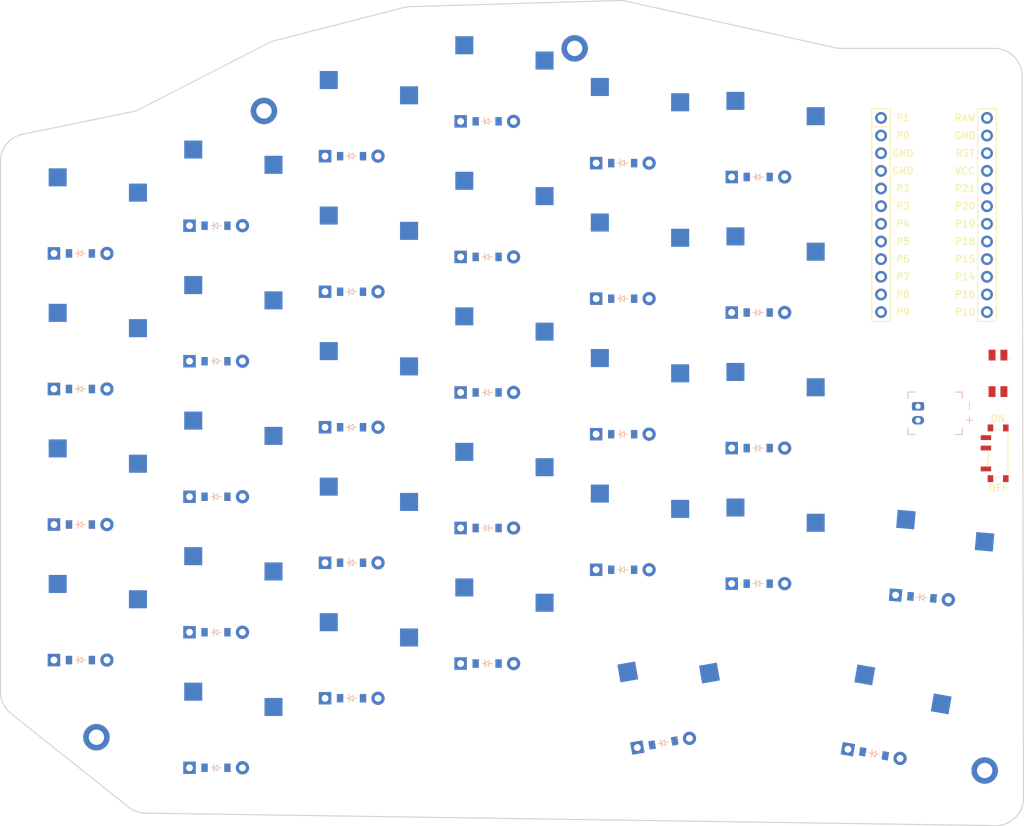
<source format=kicad_pcb>
(kicad_pcb (version 20240108) (generator "ergogen") (generator_version "4.1.0")
  (title_block (title "left") (date "2025-06-04") (rev "v1.0.0") (company "Unknown"))
  (layers (0 "F.Cu" signal) (31 "B.Cu" signal) (34 "B.Paste" user) (35 "F.Paste" user) (36 "B.SilkS" user "B.Silkscreen") (37 "F.SilkS" user "F.Silkscreen") (38 "B.Mask" user) (39 "F.Mask" user) (44 "Edge.Cuts" user))
  (net 0 "")
  (net 1 "P20")
  (net 2 "outer_row0")
  (net 3 "outer_row1")
  (net 4 "outer_row2")
  (net 5 "outer_row3")
  (net 6 "P19")
  (net 7 "pinky_arrow")
  (net 8 "pinky_row0")
  (net 9 "pinky_row1")
  (net 10 "pinky_row2")
  (net 11 "pinky_row3")
  (net 12 "P18")
  (net 13 "ring_arrow")
  (net 14 "ring_row0")
  (net 15 "ring_row1")
  (net 16 "ring_row2")
  (net 17 "ring_row3")
  (net 18 "P15")
  (net 19 "middle_arrow")
  (net 20 "middle_row0")
  (net 21 "middle_row1")
  (net 22 "middle_row2")
  (net 23 "middle_row3")
  (net 24 "P14")
  (net 25 "index_row0")
  (net 26 "index_row1")
  (net 27 "index_row2")
  (net 28 "index_row3")
  (net 29 "P16")
  (net 30 "inner_row0")
  (net 31 "inner_row1")
  (net 32 "inner_row2")
  (net 33 "inner_row3")
  (net 34 "near_thumbs")
  (net 35 "P10")
  (net 36 "long_thumbs")
  (net 37 "one_bracket")
  (net 38 "P7")
  (net 39 "P5")
  (net 40 "P4")
  (net 41 "P3")
  (net 42 "P6")
  (net 43 "RAW")
  (net 44 "GND")
  (net 45 "RST")
  (net 46 "VCC")
  (net 47 "P21")
  (net 48 "P1")
  (net 49 "P0")
  (net 50 "P2")
  (net 51 "P8")
  (net 52 "P9")
  (net 53 "P101")
  (net 54 "P102")
  (net 55 "P107")
  (net 56 "MCU1_24")
  (net 57 "MCU1_1")
  (net 58 "MCU1_23")
  (net 59 "MCU1_2")
  (net 60 "MCU1_22")
  (net 61 "MCU1_3")
  (net 62 "MCU1_21")
  (net 63 "MCU1_4")
  (net 64 "MCU1_20")
  (net 65 "MCU1_5")
  (net 66 "MCU1_19")
  (net 67 "MCU1_6")
  (net 68 "MCU1_18")
  (net 69 "MCU1_7")
  (net 70 "MCU1_17")
  (net 71 "MCU1_8")
  (net 72 "MCU1_16")
  (net 73 "MCU1_9")
  (net 74 "MCU1_15")
  (net 75 "MCU1_10")
  (net 76 "MCU1_14")
  (net 77 "MCU1_11")
  (net 78 "MCU1_13")
  (net 79 "MCU1_12")
  (net 80 "BAT_P")
  (net 81 "JST1_1")
  (net 82 "JST1_2")
  (module PG1350 (layer F.Cu) (at 50 180.5 0)
    (fp_text reference "S1" hide)
    (fp_text value "" hide)
    (pad "" np_thru_hole circle (at 0 0) (size 3.429 3.429) (drill 3.429) (layers *.Cu *.Mask))
    (pad "" np_thru_hole circle (at 5.5 0) (size 1.7018 1.7018) (drill 1.7018) (layers *.Cu *.Mask))
    (pad "" np_thru_hole circle (at -5.5 0) (size 1.7018 1.7018) (drill 1.7018) (layers *.Cu *.Mask))
    (pad "" np_thru_hole circle (at 5 -3.75) (size 3 3) (drill 3) (layers *.Cu *.Mask))
    (pad "" np_thru_hole circle (at 0 -5.95) (size 3 3) (drill 3) (layers *.Cu *.Mask))
    (pad 1 smd rect (at -3.275 -5.95 0) (size 2.6 2.6) (layers B.Cu B.Paste B.Mask) (net 1 "P20"))
    (pad 2 smd rect (at 8.275 -3.75 0) (size 2.6 2.6) (layers B.Cu B.Paste B.Mask) (net 2 "outer_row0"))
  )
  (module PG1350 (layer F.Cu) (at 50 161 0)
    (fp_text reference "S2" hide)
    (fp_text value "" hide)
    (pad "" np_thru_hole circle (at 0 0) (size 3.429 3.429) (drill 3.429) (layers *.Cu *.Mask))
    (pad "" np_thru_hole circle (at 5.5 0) (size 1.7018 1.7018) (drill 1.7018) (layers *.Cu *.Mask))
    (pad "" np_thru_hole circle (at -5.5 0) (size 1.7018 1.7018) (drill 1.7018) (layers *.Cu *.Mask))
    (pad "" np_thru_hole circle (at 5 -3.75) (size 3 3) (drill 3) (layers *.Cu *.Mask))
    (pad "" np_thru_hole circle (at 0 -5.95) (size 3 3) (drill 3) (layers *.Cu *.Mask))
    (pad 1 smd rect (at -3.275 -5.95 0) (size 2.6 2.6) (layers B.Cu B.Paste B.Mask) (net 1 "P20"))
    (pad 2 smd rect (at 8.275 -3.75 0) (size 2.6 2.6) (layers B.Cu B.Paste B.Mask) (net 3 "outer_row1"))
  )
  (module PG1350 (layer F.Cu) (at 50 141.5 0)
    (fp_text reference "S3" hide)
    (fp_text value "" hide)
    (pad "" np_thru_hole circle (at 0 0) (size 3.429 3.429) (drill 3.429) (layers *.Cu *.Mask))
    (pad "" np_thru_hole circle (at 5.5 0) (size 1.7018 1.7018) (drill 1.7018) (layers *.Cu *.Mask))
    (pad "" np_thru_hole circle (at -5.5 0) (size 1.7018 1.7018) (drill 1.7018) (layers *.Cu *.Mask))
    (pad "" np_thru_hole circle (at 5 -3.75) (size 3 3) (drill 3) (layers *.Cu *.Mask))
    (pad "" np_thru_hole circle (at 0 -5.95) (size 3 3) (drill 3) (layers *.Cu *.Mask))
    (pad 1 smd rect (at -3.275 -5.95 0) (size 2.6 2.6) (layers B.Cu B.Paste B.Mask) (net 1 "P20"))
    (pad 2 smd rect (at 8.275 -3.75 0) (size 2.6 2.6) (layers B.Cu B.Paste B.Mask) (net 4 "outer_row2"))
  )
  (module PG1350 (layer F.Cu) (at 50 122 0)
    (fp_text reference "S4" hide)
    (fp_text value "" hide)
    (pad "" np_thru_hole circle (at 0 0) (size 3.429 3.429) (drill 3.429) (layers *.Cu *.Mask))
    (pad "" np_thru_hole circle (at 5.5 0) (size 1.7018 1.7018) (drill 1.7018) (layers *.Cu *.Mask))
    (pad "" np_thru_hole circle (at -5.5 0) (size 1.7018 1.7018) (drill 1.7018) (layers *.Cu *.Mask))
    (pad "" np_thru_hole circle (at 5 -3.75) (size 3 3) (drill 3) (layers *.Cu *.Mask))
    (pad "" np_thru_hole circle (at 0 -5.95) (size 3 3) (drill 3) (layers *.Cu *.Mask))
    (pad 1 smd rect (at -3.275 -5.95 0) (size 2.6 2.6) (layers B.Cu B.Paste B.Mask) (net 1 "P20"))
    (pad 2 smd rect (at 8.275 -3.75 0) (size 2.6 2.6) (layers B.Cu B.Paste B.Mask) (net 5 "outer_row3"))
  )
  (module PG1350 (layer F.Cu) (at 69.5 196 0)
    (fp_text reference "S5" hide)
    (fp_text value "" hide)
    (pad "" np_thru_hole circle (at 0 0) (size 3.429 3.429) (drill 3.429) (layers *.Cu *.Mask))
    (pad "" np_thru_hole circle (at 5.5 0) (size 1.7018 1.7018) (drill 1.7018) (layers *.Cu *.Mask))
    (pad "" np_thru_hole circle (at -5.5 0) (size 1.7018 1.7018) (drill 1.7018) (layers *.Cu *.Mask))
    (pad "" np_thru_hole circle (at 5 -3.75) (size 3 3) (drill 3) (layers *.Cu *.Mask))
    (pad "" np_thru_hole circle (at 0 -5.95) (size 3 3) (drill 3) (layers *.Cu *.Mask))
    (pad 1 smd rect (at -3.275 -5.95 0) (size 2.6 2.6) (layers B.Cu B.Paste B.Mask) (net 6 "P19"))
    (pad 2 smd rect (at 8.275 -3.75 0) (size 2.6 2.6) (layers B.Cu B.Paste B.Mask) (net 7 "pinky_arrow"))
  )
  (module PG1350 (layer F.Cu) (at 69.5 176.5 0)
    (fp_text reference "S6" hide)
    (fp_text value "" hide)
    (pad "" np_thru_hole circle (at 0 0) (size 3.429 3.429) (drill 3.429) (layers *.Cu *.Mask))
    (pad "" np_thru_hole circle (at 5.5 0) (size 1.7018 1.7018) (drill 1.7018) (layers *.Cu *.Mask))
    (pad "" np_thru_hole circle (at -5.5 0) (size 1.7018 1.7018) (drill 1.7018) (layers *.Cu *.Mask))
    (pad "" np_thru_hole circle (at 5 -3.75) (size 3 3) (drill 3) (layers *.Cu *.Mask))
    (pad "" np_thru_hole circle (at 0 -5.95) (size 3 3) (drill 3) (layers *.Cu *.Mask))
    (pad 1 smd rect (at -3.275 -5.95 0) (size 2.6 2.6) (layers B.Cu B.Paste B.Mask) (net 6 "P19"))
    (pad 2 smd rect (at 8.275 -3.75 0) (size 2.6 2.6) (layers B.Cu B.Paste B.Mask) (net 8 "pinky_row0"))
  )
  (module PG1350 (layer F.Cu) (at 69.5 157 0)
    (fp_text reference "S7" hide)
    (fp_text value "" hide)
    (pad "" np_thru_hole circle (at 0 0) (size 3.429 3.429) (drill 3.429) (layers *.Cu *.Mask))
    (pad "" np_thru_hole circle (at 5.5 0) (size 1.7018 1.7018) (drill 1.7018) (layers *.Cu *.Mask))
    (pad "" np_thru_hole circle (at -5.5 0) (size 1.7018 1.7018) (drill 1.7018) (layers *.Cu *.Mask))
    (pad "" np_thru_hole circle (at 5 -3.75) (size 3 3) (drill 3) (layers *.Cu *.Mask))
    (pad "" np_thru_hole circle (at 0 -5.95) (size 3 3) (drill 3) (layers *.Cu *.Mask))
    (pad 1 smd rect (at -3.275 -5.95 0) (size 2.6 2.6) (layers B.Cu B.Paste B.Mask) (net 6 "P19"))
    (pad 2 smd rect (at 8.275 -3.75 0) (size 2.6 2.6) (layers B.Cu B.Paste B.Mask) (net 9 "pinky_row1"))
  )
  (module PG1350 (layer F.Cu) (at 69.5 137.5 0)
    (fp_text reference "S8" hide)
    (fp_text value "" hide)
    (pad "" np_thru_hole circle (at 0 0) (size 3.429 3.429) (drill 3.429) (layers *.Cu *.Mask))
    (pad "" np_thru_hole circle (at 5.5 0) (size 1.7018 1.7018) (drill 1.7018) (layers *.Cu *.Mask))
    (pad "" np_thru_hole circle (at -5.5 0) (size 1.7018 1.7018) (drill 1.7018) (layers *.Cu *.Mask))
    (pad "" np_thru_hole circle (at 5 -3.75) (size 3 3) (drill 3) (layers *.Cu *.Mask))
    (pad "" np_thru_hole circle (at 0 -5.95) (size 3 3) (drill 3) (layers *.Cu *.Mask))
    (pad 1 smd rect (at -3.275 -5.95 0) (size 2.6 2.6) (layers B.Cu B.Paste B.Mask) (net 6 "P19"))
    (pad 2 smd rect (at 8.275 -3.75 0) (size 2.6 2.6) (layers B.Cu B.Paste B.Mask) (net 10 "pinky_row2"))
  )
  (module PG1350 (layer F.Cu) (at 69.5 118 0)
    (fp_text reference "S9" hide)
    (fp_text value "" hide)
    (pad "" np_thru_hole circle (at 0 0) (size 3.429 3.429) (drill 3.429) (layers *.Cu *.Mask))
    (pad "" np_thru_hole circle (at 5.5 0) (size 1.7018 1.7018) (drill 1.7018) (layers *.Cu *.Mask))
    (pad "" np_thru_hole circle (at -5.5 0) (size 1.7018 1.7018) (drill 1.7018) (layers *.Cu *.Mask))
    (pad "" np_thru_hole circle (at 5 -3.75) (size 3 3) (drill 3) (layers *.Cu *.Mask))
    (pad "" np_thru_hole circle (at 0 -5.95) (size 3 3) (drill 3) (layers *.Cu *.Mask))
    (pad 1 smd rect (at -3.275 -5.95 0) (size 2.6 2.6) (layers B.Cu B.Paste B.Mask) (net 6 "P19"))
    (pad 2 smd rect (at 8.275 -3.75 0) (size 2.6 2.6) (layers B.Cu B.Paste B.Mask) (net 11 "pinky_row3"))
  )
  (module PG1350 (layer F.Cu) (at 89 186 0)
    (fp_text reference "S10" hide)
    (fp_text value "" hide)
    (pad "" np_thru_hole circle (at 0 0) (size 3.429 3.429) (drill 3.429) (layers *.Cu *.Mask))
    (pad "" np_thru_hole circle (at 5.5 0) (size 1.7018 1.7018) (drill 1.7018) (layers *.Cu *.Mask))
    (pad "" np_thru_hole circle (at -5.5 0) (size 1.7018 1.7018) (drill 1.7018) (layers *.Cu *.Mask))
    (pad "" np_thru_hole circle (at 5 -3.75) (size 3 3) (drill 3) (layers *.Cu *.Mask))
    (pad "" np_thru_hole circle (at 0 -5.95) (size 3 3) (drill 3) (layers *.Cu *.Mask))
    (pad 1 smd rect (at -3.275 -5.95 0) (size 2.6 2.6) (layers B.Cu B.Paste B.Mask) (net 12 "P18"))
    (pad 2 smd rect (at 8.275 -3.75 0) (size 2.6 2.6) (layers B.Cu B.Paste B.Mask) (net 13 "ring_arrow"))
  )
  (module PG1350 (layer F.Cu) (at 89 166.5 0)
    (fp_text reference "S11" hide)
    (fp_text value "" hide)
    (pad "" np_thru_hole circle (at 0 0) (size 3.429 3.429) (drill 3.429) (layers *.Cu *.Mask))
    (pad "" np_thru_hole circle (at 5.5 0) (size 1.7018 1.7018) (drill 1.7018) (layers *.Cu *.Mask))
    (pad "" np_thru_hole circle (at -5.5 0) (size 1.7018 1.7018) (drill 1.7018) (layers *.Cu *.Mask))
    (pad "" np_thru_hole circle (at 5 -3.75) (size 3 3) (drill 3) (layers *.Cu *.Mask))
    (pad "" np_thru_hole circle (at 0 -5.95) (size 3 3) (drill 3) (layers *.Cu *.Mask))
    (pad 1 smd rect (at -3.275 -5.95 0) (size 2.6 2.6) (layers B.Cu B.Paste B.Mask) (net 12 "P18"))
    (pad 2 smd rect (at 8.275 -3.75 0) (size 2.6 2.6) (layers B.Cu B.Paste B.Mask) (net 14 "ring_row0"))
  )
  (module PG1350 (layer F.Cu) (at 89 147 0)
    (fp_text reference "S12" hide)
    (fp_text value "" hide)
    (pad "" np_thru_hole circle (at 0 0) (size 3.429 3.429) (drill 3.429) (layers *.Cu *.Mask))
    (pad "" np_thru_hole circle (at 5.5 0) (size 1.7018 1.7018) (drill 1.7018) (layers *.Cu *.Mask))
    (pad "" np_thru_hole circle (at -5.5 0) (size 1.7018 1.7018) (drill 1.7018) (layers *.Cu *.Mask))
    (pad "" np_thru_hole circle (at 5 -3.75) (size 3 3) (drill 3) (layers *.Cu *.Mask))
    (pad "" np_thru_hole circle (at 0 -5.95) (size 3 3) (drill 3) (layers *.Cu *.Mask))
    (pad 1 smd rect (at -3.275 -5.95 0) (size 2.6 2.6) (layers B.Cu B.Paste B.Mask) (net 12 "P18"))
    (pad 2 smd rect (at 8.275 -3.75 0) (size 2.6 2.6) (layers B.Cu B.Paste B.Mask) (net 15 "ring_row1"))
  )
  (module PG1350 (layer F.Cu) (at 89 127.5 0)
    (fp_text reference "S13" hide)
    (fp_text value "" hide)
    (pad "" np_thru_hole circle (at 0 0) (size 3.429 3.429) (drill 3.429) (layers *.Cu *.Mask))
    (pad "" np_thru_hole circle (at 5.5 0) (size 1.7018 1.7018) (drill 1.7018) (layers *.Cu *.Mask))
    (pad "" np_thru_hole circle (at -5.5 0) (size 1.7018 1.7018) (drill 1.7018) (layers *.Cu *.Mask))
    (pad "" np_thru_hole circle (at 5 -3.75) (size 3 3) (drill 3) (layers *.Cu *.Mask))
    (pad "" np_thru_hole circle (at 0 -5.95) (size 3 3) (drill 3) (layers *.Cu *.Mask))
    (pad 1 smd rect (at -3.275 -5.95 0) (size 2.6 2.6) (layers B.Cu B.Paste B.Mask) (net 12 "P18"))
    (pad 2 smd rect (at 8.275 -3.75 0) (size 2.6 2.6) (layers B.Cu B.Paste B.Mask) (net 16 "ring_row2"))
  )
  (module PG1350 (layer F.Cu) (at 89 108 0)
    (fp_text reference "S14" hide)
    (fp_text value "" hide)
    (pad "" np_thru_hole circle (at 0 0) (size 3.429 3.429) (drill 3.429) (layers *.Cu *.Mask))
    (pad "" np_thru_hole circle (at 5.5 0) (size 1.7018 1.7018) (drill 1.7018) (layers *.Cu *.Mask))
    (pad "" np_thru_hole circle (at -5.5 0) (size 1.7018 1.7018) (drill 1.7018) (layers *.Cu *.Mask))
    (pad "" np_thru_hole circle (at 5 -3.75) (size 3 3) (drill 3) (layers *.Cu *.Mask))
    (pad "" np_thru_hole circle (at 0 -5.95) (size 3 3) (drill 3) (layers *.Cu *.Mask))
    (pad 1 smd rect (at -3.275 -5.95 0) (size 2.6 2.6) (layers B.Cu B.Paste B.Mask) (net 12 "P18"))
    (pad 2 smd rect (at 8.275 -3.75 0) (size 2.6 2.6) (layers B.Cu B.Paste B.Mask) (net 17 "ring_row3"))
  )
  (module PG1350 (layer F.Cu) (at 108.5 181 0)
    (fp_text reference "S15" hide)
    (fp_text value "" hide)
    (pad "" np_thru_hole circle (at 0 0) (size 3.429 3.429) (drill 3.429) (layers *.Cu *.Mask))
    (pad "" np_thru_hole circle (at 5.5 0) (size 1.7018 1.7018) (drill 1.7018) (layers *.Cu *.Mask))
    (pad "" np_thru_hole circle (at -5.5 0) (size 1.7018 1.7018) (drill 1.7018) (layers *.Cu *.Mask))
    (pad "" np_thru_hole circle (at 5 -3.75) (size 3 3) (drill 3) (layers *.Cu *.Mask))
    (pad "" np_thru_hole circle (at 0 -5.95) (size 3 3) (drill 3) (layers *.Cu *.Mask))
    (pad 1 smd rect (at -3.275 -5.95 0) (size 2.6 2.6) (layers B.Cu B.Paste B.Mask) (net 18 "P15"))
    (pad 2 smd rect (at 8.275 -3.75 0) (size 2.6 2.6) (layers B.Cu B.Paste B.Mask) (net 19 "middle_arrow"))
  )
  (module PG1350 (layer F.Cu) (at 108.5 161.5 0)
    (fp_text reference "S16" hide)
    (fp_text value "" hide)
    (pad "" np_thru_hole circle (at 0 0) (size 3.429 3.429) (drill 3.429) (layers *.Cu *.Mask))
    (pad "" np_thru_hole circle (at 5.5 0) (size 1.7018 1.7018) (drill 1.7018) (layers *.Cu *.Mask))
    (pad "" np_thru_hole circle (at -5.5 0) (size 1.7018 1.7018) (drill 1.7018) (layers *.Cu *.Mask))
    (pad "" np_thru_hole circle (at 5 -3.75) (size 3 3) (drill 3) (layers *.Cu *.Mask))
    (pad "" np_thru_hole circle (at 0 -5.95) (size 3 3) (drill 3) (layers *.Cu *.Mask))
    (pad 1 smd rect (at -3.275 -5.95 0) (size 2.6 2.6) (layers B.Cu B.Paste B.Mask) (net 18 "P15"))
    (pad 2 smd rect (at 8.275 -3.75 0) (size 2.6 2.6) (layers B.Cu B.Paste B.Mask) (net 20 "middle_row0"))
  )
  (module PG1350 (layer F.Cu) (at 108.5 142 0)
    (fp_text reference "S17" hide)
    (fp_text value "" hide)
    (pad "" np_thru_hole circle (at 0 0) (size 3.429 3.429) (drill 3.429) (layers *.Cu *.Mask))
    (pad "" np_thru_hole circle (at 5.5 0) (size 1.7018 1.7018) (drill 1.7018) (layers *.Cu *.Mask))
    (pad "" np_thru_hole circle (at -5.5 0) (size 1.7018 1.7018) (drill 1.7018) (layers *.Cu *.Mask))
    (pad "" np_thru_hole circle (at 5 -3.75) (size 3 3) (drill 3) (layers *.Cu *.Mask))
    (pad "" np_thru_hole circle (at 0 -5.95) (size 3 3) (drill 3) (layers *.Cu *.Mask))
    (pad 1 smd rect (at -3.275 -5.95 0) (size 2.6 2.6) (layers B.Cu B.Paste B.Mask) (net 18 "P15"))
    (pad 2 smd rect (at 8.275 -3.75 0) (size 2.6 2.6) (layers B.Cu B.Paste B.Mask) (net 21 "middle_row1"))
  )
  (module PG1350 (layer F.Cu) (at 108.5 122.5 0)
    (fp_text reference "S18" hide)
    (fp_text value "" hide)
    (pad "" np_thru_hole circle (at 0 0) (size 3.429 3.429) (drill 3.429) (layers *.Cu *.Mask))
    (pad "" np_thru_hole circle (at 5.5 0) (size 1.7018 1.7018) (drill 1.7018) (layers *.Cu *.Mask))
    (pad "" np_thru_hole circle (at -5.5 0) (size 1.7018 1.7018) (drill 1.7018) (layers *.Cu *.Mask))
    (pad "" np_thru_hole circle (at 5 -3.75) (size 3 3) (drill 3) (layers *.Cu *.Mask))
    (pad "" np_thru_hole circle (at 0 -5.95) (size 3 3) (drill 3) (layers *.Cu *.Mask))
    (pad 1 smd rect (at -3.275 -5.95 0) (size 2.6 2.6) (layers B.Cu B.Paste B.Mask) (net 18 "P15"))
    (pad 2 smd rect (at 8.275 -3.75 0) (size 2.6 2.6) (layers B.Cu B.Paste B.Mask) (net 22 "middle_row2"))
  )
  (module PG1350 (layer F.Cu) (at 108.5 103 0)
    (fp_text reference "S19" hide)
    (fp_text value "" hide)
    (pad "" np_thru_hole circle (at 0 0) (size 3.429 3.429) (drill 3.429) (layers *.Cu *.Mask))
    (pad "" np_thru_hole circle (at 5.5 0) (size 1.7018 1.7018) (drill 1.7018) (layers *.Cu *.Mask))
    (pad "" np_thru_hole circle (at -5.5 0) (size 1.7018 1.7018) (drill 1.7018) (layers *.Cu *.Mask))
    (pad "" np_thru_hole circle (at 5 -3.75) (size 3 3) (drill 3) (layers *.Cu *.Mask))
    (pad "" np_thru_hole circle (at 0 -5.95) (size 3 3) (drill 3) (layers *.Cu *.Mask))
    (pad 1 smd rect (at -3.275 -5.95 0) (size 2.6 2.6) (layers B.Cu B.Paste B.Mask) (net 18 "P15"))
    (pad 2 smd rect (at 8.275 -3.75 0) (size 2.6 2.6) (layers B.Cu B.Paste B.Mask) (net 23 "middle_row3"))
  )
  (module PG1350 (layer F.Cu) (at 128 167.5 0)
    (fp_text reference "S20" hide)
    (fp_text value "" hide)
    (pad "" np_thru_hole circle (at 0 0) (size 3.429 3.429) (drill 3.429) (layers *.Cu *.Mask))
    (pad "" np_thru_hole circle (at 5.5 0) (size 1.7018 1.7018) (drill 1.7018) (layers *.Cu *.Mask))
    (pad "" np_thru_hole circle (at -5.5 0) (size 1.7018 1.7018) (drill 1.7018) (layers *.Cu *.Mask))
    (pad "" np_thru_hole circle (at 5 -3.75) (size 3 3) (drill 3) (layers *.Cu *.Mask))
    (pad "" np_thru_hole circle (at 0 -5.95) (size 3 3) (drill 3) (layers *.Cu *.Mask))
    (pad 1 smd rect (at -3.275 -5.95 0) (size 2.6 2.6) (layers B.Cu B.Paste B.Mask) (net 24 "P14"))
    (pad 2 smd rect (at 8.275 -3.75 0) (size 2.6 2.6) (layers B.Cu B.Paste B.Mask) (net 25 "index_row0"))
  )
  (module PG1350 (layer F.Cu) (at 128 148 0)
    (fp_text reference "S21" hide)
    (fp_text value "" hide)
    (pad "" np_thru_hole circle (at 0 0) (size 3.429 3.429) (drill 3.429) (layers *.Cu *.Mask))
    (pad "" np_thru_hole circle (at 5.5 0) (size 1.7018 1.7018) (drill 1.7018) (layers *.Cu *.Mask))
    (pad "" np_thru_hole circle (at -5.5 0) (size 1.7018 1.7018) (drill 1.7018) (layers *.Cu *.Mask))
    (pad "" np_thru_hole circle (at 5 -3.75) (size 3 3) (drill 3) (layers *.Cu *.Mask))
    (pad "" np_thru_hole circle (at 0 -5.95) (size 3 3) (drill 3) (layers *.Cu *.Mask))
    (pad 1 smd rect (at -3.275 -5.95 0) (size 2.6 2.6) (layers B.Cu B.Paste B.Mask) (net 24 "P14"))
    (pad 2 smd rect (at 8.275 -3.75 0) (size 2.6 2.6) (layers B.Cu B.Paste B.Mask) (net 26 "index_row1"))
  )
  (module PG1350 (layer F.Cu) (at 128 128.5 0)
    (fp_text reference "S22" hide)
    (fp_text value "" hide)
    (pad "" np_thru_hole circle (at 0 0) (size 3.429 3.429) (drill 3.429) (layers *.Cu *.Mask))
    (pad "" np_thru_hole circle (at 5.5 0) (size 1.7018 1.7018) (drill 1.7018) (layers *.Cu *.Mask))
    (pad "" np_thru_hole circle (at -5.5 0) (size 1.7018 1.7018) (drill 1.7018) (layers *.Cu *.Mask))
    (pad "" np_thru_hole circle (at 5 -3.75) (size 3 3) (drill 3) (layers *.Cu *.Mask))
    (pad "" np_thru_hole circle (at 0 -5.95) (size 3 3) (drill 3) (layers *.Cu *.Mask))
    (pad 1 smd rect (at -3.275 -5.95 0) (size 2.6 2.6) (layers B.Cu B.Paste B.Mask) (net 24 "P14"))
    (pad 2 smd rect (at 8.275 -3.75 0) (size 2.6 2.6) (layers B.Cu B.Paste B.Mask) (net 27 "index_row2"))
  )
  (module PG1350 (layer F.Cu) (at 128 109 0)
    (fp_text reference "S23" hide)
    (fp_text value "" hide)
    (pad "" np_thru_hole circle (at 0 0) (size 3.429 3.429) (drill 3.429) (layers *.Cu *.Mask))
    (pad "" np_thru_hole circle (at 5.5 0) (size 1.7018 1.7018) (drill 1.7018) (layers *.Cu *.Mask))
    (pad "" np_thru_hole circle (at -5.5 0) (size 1.7018 1.7018) (drill 1.7018) (layers *.Cu *.Mask))
    (pad "" np_thru_hole circle (at 5 -3.75) (size 3 3) (drill 3) (layers *.Cu *.Mask))
    (pad "" np_thru_hole circle (at 0 -5.95) (size 3 3) (drill 3) (layers *.Cu *.Mask))
    (pad 1 smd rect (at -3.275 -5.95 0) (size 2.6 2.6) (layers B.Cu B.Paste B.Mask) (net 24 "P14"))
    (pad 2 smd rect (at 8.275 -3.75 0) (size 2.6 2.6) (layers B.Cu B.Paste B.Mask) (net 28 "index_row3"))
  )
  (module PG1350 (layer F.Cu) (at 147.5 169.5 0)
    (fp_text reference "S24" hide)
    (fp_text value "" hide)
    (pad "" np_thru_hole circle (at 0 0) (size 3.429 3.429) (drill 3.429) (layers *.Cu *.Mask))
    (pad "" np_thru_hole circle (at 5.5 0) (size 1.7018 1.7018) (drill 1.7018) (layers *.Cu *.Mask))
    (pad "" np_thru_hole circle (at -5.5 0) (size 1.7018 1.7018) (drill 1.7018) (layers *.Cu *.Mask))
    (pad "" np_thru_hole circle (at 5 -3.75) (size 3 3) (drill 3) (layers *.Cu *.Mask))
    (pad "" np_thru_hole circle (at 0 -5.95) (size 3 3) (drill 3) (layers *.Cu *.Mask))
    (pad 1 smd rect (at -3.275 -5.95 0) (size 2.6 2.6) (layers B.Cu B.Paste B.Mask) (net 29 "P16"))
    (pad 2 smd rect (at 8.275 -3.75 0) (size 2.6 2.6) (layers B.Cu B.Paste B.Mask) (net 30 "inner_row0"))
  )
  (module PG1350 (layer F.Cu) (at 147.5 150 0)
    (fp_text reference "S25" hide)
    (fp_text value "" hide)
    (pad "" np_thru_hole circle (at 0 0) (size 3.429 3.429) (drill 3.429) (layers *.Cu *.Mask))
    (pad "" np_thru_hole circle (at 5.5 0) (size 1.7018 1.7018) (drill 1.7018) (layers *.Cu *.Mask))
    (pad "" np_thru_hole circle (at -5.5 0) (size 1.7018 1.7018) (drill 1.7018) (layers *.Cu *.Mask))
    (pad "" np_thru_hole circle (at 5 -3.75) (size 3 3) (drill 3) (layers *.Cu *.Mask))
    (pad "" np_thru_hole circle (at 0 -5.95) (size 3 3) (drill 3) (layers *.Cu *.Mask))
    (pad 1 smd rect (at -3.275 -5.95 0) (size 2.6 2.6) (layers B.Cu B.Paste B.Mask) (net 29 "P16"))
    (pad 2 smd rect (at 8.275 -3.75 0) (size 2.6 2.6) (layers B.Cu B.Paste B.Mask) (net 31 "inner_row1"))
  )
  (module PG1350 (layer F.Cu) (at 147.5 130.5 0)
    (fp_text reference "S26" hide)
    (fp_text value "" hide)
    (pad "" np_thru_hole circle (at 0 0) (size 3.429 3.429) (drill 3.429) (layers *.Cu *.Mask))
    (pad "" np_thru_hole circle (at 5.5 0) (size 1.7018 1.7018) (drill 1.7018) (layers *.Cu *.Mask))
    (pad "" np_thru_hole circle (at -5.5 0) (size 1.7018 1.7018) (drill 1.7018) (layers *.Cu *.Mask))
    (pad "" np_thru_hole circle (at 5 -3.75) (size 3 3) (drill 3) (layers *.Cu *.Mask))
    (pad "" np_thru_hole circle (at 0 -5.95) (size 3 3) (drill 3) (layers *.Cu *.Mask))
    (pad 1 smd rect (at -3.275 -5.95 0) (size 2.6 2.6) (layers B.Cu B.Paste B.Mask) (net 29 "P16"))
    (pad 2 smd rect (at 8.275 -3.75 0) (size 2.6 2.6) (layers B.Cu B.Paste B.Mask) (net 32 "inner_row2"))
  )
  (module PG1350 (layer F.Cu) (at 147.5 111 0)
    (fp_text reference "S27" hide)
    (fp_text value "" hide)
    (pad "" np_thru_hole circle (at 0 0) (size 3.429 3.429) (drill 3.429) (layers *.Cu *.Mask))
    (pad "" np_thru_hole circle (at 5.5 0) (size 1.7018 1.7018) (drill 1.7018) (layers *.Cu *.Mask))
    (pad "" np_thru_hole circle (at -5.5 0) (size 1.7018 1.7018) (drill 1.7018) (layers *.Cu *.Mask))
    (pad "" np_thru_hole circle (at 5 -3.75) (size 3 3) (drill 3) (layers *.Cu *.Mask))
    (pad "" np_thru_hole circle (at 0 -5.95) (size 3 3) (drill 3) (layers *.Cu *.Mask))
    (pad 1 smd rect (at -3.275 -5.95 0) (size 2.6 2.6) (layers B.Cu B.Paste B.Mask) (net 29 "P16"))
    (pad 2 smd rect (at 8.275 -3.75 0) (size 2.6 2.6) (layers B.Cu B.Paste B.Mask) (net 33 "inner_row3"))
  )
  (module PG1350 (layer F.Cu) (at 133 192.5 10)
    (fp_text reference "S28" hide)
    (fp_text value "" hide)
    (pad "" np_thru_hole circle (at 0 0) (size 3.429 3.429) (drill 3.429) (layers *.Cu *.Mask))
    (pad "" np_thru_hole circle (at 5.5 0) (size 1.7018 1.7018) (drill 1.7018) (layers *.Cu *.Mask))
    (pad "" np_thru_hole circle (at -5.5 0) (size 1.7018 1.7018) (drill 1.7018) (layers *.Cu *.Mask))
    (pad "" np_thru_hole circle (at 5 -3.75) (size 3 3) (drill 3) (layers *.Cu *.Mask))
    (pad "" np_thru_hole circle (at 0 -5.95) (size 3 3) (drill 3) (layers *.Cu *.Mask))
    (pad 1 smd rect (at -3.275 -5.95 10) (size 2.6 2.6) (layers B.Cu B.Paste B.Mask) (net 24 "P14"))
    (pad 2 smd rect (at 8.275 -3.75 10) (size 2.6 2.6) (layers B.Cu B.Paste B.Mask) (net 34 "near_thumbs"))
  )
  (module PG1350 (layer F.Cu) (at 165.0323884 194.0628335 -10)
    (fp_text reference "S29" hide)
    (fp_text value "" hide)
    (pad "" np_thru_hole circle (at 0 0) (size 3.429 3.429) (drill 3.429) (layers *.Cu *.Mask))
    (pad "" np_thru_hole circle (at 5.5 0) (size 1.7018 1.7018) (drill 1.7018) (layers *.Cu *.Mask))
    (pad "" np_thru_hole circle (at -5.5 0) (size 1.7018 1.7018) (drill 1.7018) (layers *.Cu *.Mask))
    (pad "" np_thru_hole circle (at 5 -3.75) (size 3 3) (drill 3) (layers *.Cu *.Mask))
    (pad "" np_thru_hole circle (at 0 -5.95) (size 3 3) (drill 3) (layers *.Cu *.Mask))
    (pad 1 smd rect (at -3.275 -5.95 -10) (size 2.6 2.6) (layers B.Cu B.Paste B.Mask) (net 35 "P10"))
    (pad 2 smd rect (at 8.275 -3.75 -10) (size 2.6 2.6) (layers B.Cu B.Paste B.Mask) (net 36 "long_thumbs"))
  )
  (module PG1350 (layer F.Cu) (at 171.5 171.5 -5)
    (fp_text reference "S30" hide)
    (fp_text value "" hide)
    (pad "" np_thru_hole circle (at 0 0) (size 3.429 3.429) (drill 3.429) (layers *.Cu *.Mask))
    (pad "" np_thru_hole circle (at 5.5 0) (size 1.7018 1.7018) (drill 1.7018) (layers *.Cu *.Mask))
    (pad "" np_thru_hole circle (at -5.5 0) (size 1.7018 1.7018) (drill 1.7018) (layers *.Cu *.Mask))
    (pad "" np_thru_hole circle (at 5 -3.75) (size 3 3) (drill 3) (layers *.Cu *.Mask))
    (pad "" np_thru_hole circle (at 0 -5.95) (size 3 3) (drill 3) (layers *.Cu *.Mask))
    (pad 1 smd rect (at -3.275 -5.95 -5) (size 2.6 2.6) (layers B.Cu B.Paste B.Mask) (net 35 "P10"))
    (pad 2 smd rect (at 8.275 -3.75 -5) (size 2.6 2.6) (layers B.Cu B.Paste B.Mask) (net 37 "one_bracket"))
  )
  (module ComboDiode (layer F.Cu) (at 50 185.5 0)
    (fp_text reference "D1" hide)
    (fp_text value "" hide)
    (pad 1 smd rect (at -1.65 0 0) (size 0.9 1.2) (layers F.Cu F.Paste F.Mask) (net 38 "P7"))
    (pad 2 smd rect (at 1.65 0 0) (size 0.9 1.2) (layers B.Cu B.Paste B.Mask) (net 2 "outer_row0"))
    (pad 1 smd rect (at -1.65 0 0) (size 0.9 1.2) (layers B.Cu B.Paste B.Mask) (net 38 "P7"))
    (pad 2 smd rect (at 1.65 0 0) (size 0.9 1.2) (layers F.Cu F.Paste F.Mask) (net 2 "outer_row0"))
    (pad 1 thru_hole rect (at -3.81 0 0) (size 1.778 1.778) (drill 0.9906) (layers *.Cu *.Mask) (net 38 "P7"))
    (pad 2 thru_hole circle (at 3.81 0 0) (size 1.905 1.905) (drill 0.9906) (layers *.Cu *.Mask) (net 2 "outer_row0"))
  )
  (module ComboDiode (layer F.Cu) (at 50 166 0)
    (fp_text reference "D2" hide)
    (fp_text value "" hide)
    (pad 1 smd rect (at -1.65 0 0) (size 0.9 1.2) (layers F.Cu F.Paste F.Mask) (net 39 "P5"))
    (pad 2 smd rect (at 1.65 0 0) (size 0.9 1.2) (layers B.Cu B.Paste B.Mask) (net 3 "outer_row1"))
    (pad 1 smd rect (at -1.65 0 0) (size 0.9 1.2) (layers B.Cu B.Paste B.Mask) (net 39 "P5"))
    (pad 2 smd rect (at 1.65 0 0) (size 0.9 1.2) (layers F.Cu F.Paste F.Mask) (net 3 "outer_row1"))
    (pad 1 thru_hole rect (at -3.81 0 0) (size 1.778 1.778) (drill 0.9906) (layers *.Cu *.Mask) (net 39 "P5"))
    (pad 2 thru_hole circle (at 3.81 0 0) (size 1.905 1.905) (drill 0.9906) (layers *.Cu *.Mask) (net 3 "outer_row1"))
  )
  (module ComboDiode (layer F.Cu) (at 50 146.5 0)
    (fp_text reference "D3" hide)
    (fp_text value "" hide)
    (pad 1 smd rect (at -1.65 0 0) (size 0.9 1.2) (layers F.Cu F.Paste F.Mask) (net 40 "P4"))
    (pad 2 smd rect (at 1.65 0 0) (size 0.9 1.2) (layers B.Cu B.Paste B.Mask) (net 4 "outer_row2"))
    (pad 1 smd rect (at -1.65 0 0) (size 0.9 1.2) (layers B.Cu B.Paste B.Mask) (net 40 "P4"))
    (pad 2 smd rect (at 1.65 0 0) (size 0.9 1.2) (layers F.Cu F.Paste F.Mask) (net 4 "outer_row2"))
    (pad 1 thru_hole rect (at -3.81 0 0) (size 1.778 1.778) (drill 0.9906) (layers *.Cu *.Mask) (net 40 "P4"))
    (pad 2 thru_hole circle (at 3.81 0 0) (size 1.905 1.905) (drill 0.9906) (layers *.Cu *.Mask) (net 4 "outer_row2"))
  )
  (module ComboDiode (layer F.Cu) (at 50 127 0)
    (fp_text reference "D4" hide)
    (fp_text value "" hide)
    (pad 1 smd rect (at -1.65 0 0) (size 0.9 1.2) (layers F.Cu F.Paste F.Mask) (net 41 "P3"))
    (pad 2 smd rect (at 1.65 0 0) (size 0.9 1.2) (layers B.Cu B.Paste B.Mask) (net 5 "outer_row3"))
    (pad 1 smd rect (at -1.65 0 0) (size 0.9 1.2) (layers B.Cu B.Paste B.Mask) (net 41 "P3"))
    (pad 2 smd rect (at 1.65 0 0) (size 0.9 1.2) (layers F.Cu F.Paste F.Mask) (net 5 "outer_row3"))
    (pad 1 thru_hole rect (at -3.81 0 0) (size 1.778 1.778) (drill 0.9906) (layers *.Cu *.Mask) (net 41 "P3"))
    (pad 2 thru_hole circle (at 3.81 0 0) (size 1.905 1.905) (drill 0.9906) (layers *.Cu *.Mask) (net 5 "outer_row3"))
  )
  (module ComboDiode (layer F.Cu) (at 69.5 201 0)
    (fp_text reference "D5" hide)
    (fp_text value "" hide)
    (pad 1 smd rect (at -1.65 0 0) (size 0.9 1.2) (layers F.Cu F.Paste F.Mask) (net 42 "P6"))
    (pad 2 smd rect (at 1.65 0 0) (size 0.9 1.2) (layers B.Cu B.Paste B.Mask) (net 7 "pinky_arrow"))
    (pad 1 smd rect (at -1.65 0 0) (size 0.9 1.2) (layers B.Cu B.Paste B.Mask) (net 42 "P6"))
    (pad 2 smd rect (at 1.65 0 0) (size 0.9 1.2) (layers F.Cu F.Paste F.Mask) (net 7 "pinky_arrow"))
    (pad 1 thru_hole rect (at -3.81 0 0) (size 1.778 1.778) (drill 0.9906) (layers *.Cu *.Mask) (net 42 "P6"))
    (pad 2 thru_hole circle (at 3.81 0 0) (size 1.905 1.905) (drill 0.9906) (layers *.Cu *.Mask) (net 7 "pinky_arrow"))
  )
  (module ComboDiode (layer F.Cu) (at 69.5 181.5 0)
    (fp_text reference "D6" hide)
    (fp_text value "" hide)
    (pad 1 smd rect (at -1.65 0 0) (size 0.9 1.2) (layers F.Cu F.Paste F.Mask) (net 38 "P7"))
    (pad 2 smd rect (at 1.65 0 0) (size 0.9 1.2) (layers B.Cu B.Paste B.Mask) (net 8 "pinky_row0"))
    (pad 1 smd rect (at -1.65 0 0) (size 0.9 1.2) (layers B.Cu B.Paste B.Mask) (net 38 "P7"))
    (pad 2 smd rect (at 1.65 0 0) (size 0.9 1.2) (layers F.Cu F.Paste F.Mask) (net 8 "pinky_row0"))
    (pad 1 thru_hole rect (at -3.81 0 0) (size 1.778 1.778) (drill 0.9906) (layers *.Cu *.Mask) (net 38 "P7"))
    (pad 2 thru_hole circle (at 3.81 0 0) (size 1.905 1.905) (drill 0.9906) (layers *.Cu *.Mask) (net 8 "pinky_row0"))
  )
  (module ComboDiode (layer F.Cu) (at 69.5 162 0)
    (fp_text reference "D7" hide)
    (fp_text value "" hide)
    (pad 1 smd rect (at -1.65 0 0) (size 0.9 1.2) (layers F.Cu F.Paste F.Mask) (net 39 "P5"))
    (pad 2 smd rect (at 1.65 0 0) (size 0.9 1.2) (layers B.Cu B.Paste B.Mask) (net 9 "pinky_row1"))
    (pad 1 smd rect (at -1.65 0 0) (size 0.9 1.2) (layers B.Cu B.Paste B.Mask) (net 39 "P5"))
    (pad 2 smd rect (at 1.65 0 0) (size 0.9 1.2) (layers F.Cu F.Paste F.Mask) (net 9 "pinky_row1"))
    (pad 1 thru_hole rect (at -3.81 0 0) (size 1.778 1.778) (drill 0.9906) (layers *.Cu *.Mask) (net 39 "P5"))
    (pad 2 thru_hole circle (at 3.81 0 0) (size 1.905 1.905) (drill 0.9906) (layers *.Cu *.Mask) (net 9 "pinky_row1"))
  )
  (module ComboDiode (layer F.Cu) (at 69.5 142.5 0)
    (fp_text reference "D8" hide)
    (fp_text value "" hide)
    (pad 1 smd rect (at -1.65 0 0) (size 0.9 1.2) (layers F.Cu F.Paste F.Mask) (net 40 "P4"))
    (pad 2 smd rect (at 1.65 0 0) (size 0.9 1.2) (layers B.Cu B.Paste B.Mask) (net 10 "pinky_row2"))
    (pad 1 smd rect (at -1.65 0 0) (size 0.9 1.2) (layers B.Cu B.Paste B.Mask) (net 40 "P4"))
    (pad 2 smd rect (at 1.65 0 0) (size 0.9 1.2) (layers F.Cu F.Paste F.Mask) (net 10 "pinky_row2"))
    (pad 1 thru_hole rect (at -3.81 0 0) (size 1.778 1.778) (drill 0.9906) (layers *.Cu *.Mask) (net 40 "P4"))
    (pad 2 thru_hole circle (at 3.81 0 0) (size 1.905 1.905) (drill 0.9906) (layers *.Cu *.Mask) (net 10 "pinky_row2"))
  )
  (module ComboDiode (layer F.Cu) (at 69.5 123 0)
    (fp_text reference "D9" hide)
    (fp_text value "" hide)
    (pad 1 smd rect (at -1.65 0 0) (size 0.9 1.2) (layers F.Cu F.Paste F.Mask) (net 41 "P3"))
    (pad 2 smd rect (at 1.65 0 0) (size 0.9 1.2) (layers B.Cu B.Paste B.Mask) (net 11 "pinky_row3"))
    (pad 1 smd rect (at -1.65 0 0) (size 0.9 1.2) (layers B.Cu B.Paste B.Mask) (net 41 "P3"))
    (pad 2 smd rect (at 1.65 0 0) (size 0.9 1.2) (layers F.Cu F.Paste F.Mask) (net 11 "pinky_row3"))
    (pad 1 thru_hole rect (at -3.81 0 0) (size 1.778 1.778) (drill 0.9906) (layers *.Cu *.Mask) (net 41 "P3"))
    (pad 2 thru_hole circle (at 3.81 0 0) (size 1.905 1.905) (drill 0.9906) (layers *.Cu *.Mask) (net 11 "pinky_row3"))
  )
  (module ComboDiode (layer F.Cu) (at 89 191 0)
    (fp_text reference "D10" hide)
    (fp_text value "" hide)
    (pad 1 smd rect (at -1.65 0 0) (size 0.9 1.2) (layers F.Cu F.Paste F.Mask) (net 42 "P6"))
    (pad 2 smd rect (at 1.65 0 0) (size 0.9 1.2) (layers B.Cu B.Paste B.Mask) (net 13 "ring_arrow"))
    (pad 1 smd rect (at -1.65 0 0) (size 0.9 1.2) (layers B.Cu B.Paste B.Mask) (net 42 "P6"))
    (pad 2 smd rect (at 1.65 0 0) (size 0.9 1.2) (layers F.Cu F.Paste F.Mask) (net 13 "ring_arrow"))
    (pad 1 thru_hole rect (at -3.81 0 0) (size 1.778 1.778) (drill 0.9906) (layers *.Cu *.Mask) (net 42 "P6"))
    (pad 2 thru_hole circle (at 3.81 0 0) (size 1.905 1.905) (drill 0.9906) (layers *.Cu *.Mask) (net 13 "ring_arrow"))
  )
  (module ComboDiode (layer F.Cu) (at 89 171.5 0)
    (fp_text reference "D11" hide)
    (fp_text value "" hide)
    (pad 1 smd rect (at -1.65 0 0) (size 0.9 1.2) (layers F.Cu F.Paste F.Mask) (net 38 "P7"))
    (pad 2 smd rect (at 1.65 0 0) (size 0.9 1.2) (layers B.Cu B.Paste B.Mask) (net 14 "ring_row0"))
    (pad 1 smd rect (at -1.65 0 0) (size 0.9 1.2) (layers B.Cu B.Paste B.Mask) (net 38 "P7"))
    (pad 2 smd rect (at 1.65 0 0) (size 0.9 1.2) (layers F.Cu F.Paste F.Mask) (net 14 "ring_row0"))
    (pad 1 thru_hole rect (at -3.81 0 0) (size 1.778 1.778) (drill 0.9906) (layers *.Cu *.Mask) (net 38 "P7"))
    (pad 2 thru_hole circle (at 3.81 0 0) (size 1.905 1.905) (drill 0.9906) (layers *.Cu *.Mask) (net 14 "ring_row0"))
  )
  (module ComboDiode (layer F.Cu) (at 89 152 0)
    (fp_text reference "D12" hide)
    (fp_text value "" hide)
    (pad 1 smd rect (at -1.65 0 0) (size 0.9 1.2) (layers F.Cu F.Paste F.Mask) (net 39 "P5"))
    (pad 2 smd rect (at 1.65 0 0) (size 0.9 1.2) (layers B.Cu B.Paste B.Mask) (net 15 "ring_row1"))
    (pad 1 smd rect (at -1.65 0 0) (size 0.9 1.2) (layers B.Cu B.Paste B.Mask) (net 39 "P5"))
    (pad 2 smd rect (at 1.65 0 0) (size 0.9 1.2) (layers F.Cu F.Paste F.Mask) (net 15 "ring_row1"))
    (pad 1 thru_hole rect (at -3.81 0 0) (size 1.778 1.778) (drill 0.9906) (layers *.Cu *.Mask) (net 39 "P5"))
    (pad 2 thru_hole circle (at 3.81 0 0) (size 1.905 1.905) (drill 0.9906) (layers *.Cu *.Mask) (net 15 "ring_row1"))
  )
  (module ComboDiode (layer F.Cu) (at 89 132.5 0)
    (fp_text reference "D13" hide)
    (fp_text value "" hide)
    (pad 1 smd rect (at -1.65 0 0) (size 0.9 1.2) (layers F.Cu F.Paste F.Mask) (net 40 "P4"))
    (pad 2 smd rect (at 1.65 0 0) (size 0.9 1.2) (layers B.Cu B.Paste B.Mask) (net 16 "ring_row2"))
    (pad 1 smd rect (at -1.65 0 0) (size 0.9 1.2) (layers B.Cu B.Paste B.Mask) (net 40 "P4"))
    (pad 2 smd rect (at 1.65 0 0) (size 0.9 1.2) (layers F.Cu F.Paste F.Mask) (net 16 "ring_row2"))
    (pad 1 thru_hole rect (at -3.81 0 0) (size 1.778 1.778) (drill 0.9906) (layers *.Cu *.Mask) (net 40 "P4"))
    (pad 2 thru_hole circle (at 3.81 0 0) (size 1.905 1.905) (drill 0.9906) (layers *.Cu *.Mask) (net 16 "ring_row2"))
  )
  (module ComboDiode (layer F.Cu) (at 89 113 0)
    (fp_text reference "D14" hide)
    (fp_text value "" hide)
    (pad 1 smd rect (at -1.65 0 0) (size 0.9 1.2) (layers F.Cu F.Paste F.Mask) (net 41 "P3"))
    (pad 2 smd rect (at 1.65 0 0) (size 0.9 1.2) (layers B.Cu B.Paste B.Mask) (net 17 "ring_row3"))
    (pad 1 smd rect (at -1.65 0 0) (size 0.9 1.2) (layers B.Cu B.Paste B.Mask) (net 41 "P3"))
    (pad 2 smd rect (at 1.65 0 0) (size 0.9 1.2) (layers F.Cu F.Paste F.Mask) (net 17 "ring_row3"))
    (pad 1 thru_hole rect (at -3.81 0 0) (size 1.778 1.778) (drill 0.9906) (layers *.Cu *.Mask) (net 41 "P3"))
    (pad 2 thru_hole circle (at 3.81 0 0) (size 1.905 1.905) (drill 0.9906) (layers *.Cu *.Mask) (net 17 "ring_row3"))
  )
  (module ComboDiode (layer F.Cu) (at 108.5 186 0)
    (fp_text reference "D15" hide)
    (fp_text value "" hide)
    (pad 1 smd rect (at -1.65 0 0) (size 0.9 1.2) (layers F.Cu F.Paste F.Mask) (net 42 "P6"))
    (pad 2 smd rect (at 1.65 0 0) (size 0.9 1.2) (layers B.Cu B.Paste B.Mask) (net 19 "middle_arrow"))
    (pad 1 smd rect (at -1.65 0 0) (size 0.9 1.2) (layers B.Cu B.Paste B.Mask) (net 42 "P6"))
    (pad 2 smd rect (at 1.65 0 0) (size 0.9 1.2) (layers F.Cu F.Paste F.Mask) (net 19 "middle_arrow"))
    (pad 1 thru_hole rect (at -3.81 0 0) (size 1.778 1.778) (drill 0.9906) (layers *.Cu *.Mask) (net 42 "P6"))
    (pad 2 thru_hole circle (at 3.81 0 0) (size 1.905 1.905) (drill 0.9906) (layers *.Cu *.Mask) (net 19 "middle_arrow"))
  )
  (module ComboDiode (layer F.Cu) (at 108.5 166.5 0)
    (fp_text reference "D16" hide)
    (fp_text value "" hide)
    (pad 1 smd rect (at -1.65 0 0) (size 0.9 1.2) (layers F.Cu F.Paste F.Mask) (net 38 "P7"))
    (pad 2 smd rect (at 1.65 0 0) (size 0.9 1.2) (layers B.Cu B.Paste B.Mask) (net 20 "middle_row0"))
    (pad 1 smd rect (at -1.65 0 0) (size 0.9 1.2) (layers B.Cu B.Paste B.Mask) (net 38 "P7"))
    (pad 2 smd rect (at 1.65 0 0) (size 0.9 1.2) (layers F.Cu F.Paste F.Mask) (net 20 "middle_row0"))
    (pad 1 thru_hole rect (at -3.81 0 0) (size 1.778 1.778) (drill 0.9906) (layers *.Cu *.Mask) (net 38 "P7"))
    (pad 2 thru_hole circle (at 3.81 0 0) (size 1.905 1.905) (drill 0.9906) (layers *.Cu *.Mask) (net 20 "middle_row0"))
  )
  (module ComboDiode (layer F.Cu) (at 108.5 147 0)
    (fp_text reference "D17" hide)
    (fp_text value "" hide)
    (pad 1 smd rect (at -1.65 0 0) (size 0.9 1.2) (layers F.Cu F.Paste F.Mask) (net 39 "P5"))
    (pad 2 smd rect (at 1.65 0 0) (size 0.9 1.2) (layers B.Cu B.Paste B.Mask) (net 21 "middle_row1"))
    (pad 1 smd rect (at -1.65 0 0) (size 0.9 1.2) (layers B.Cu B.Paste B.Mask) (net 39 "P5"))
    (pad 2 smd rect (at 1.65 0 0) (size 0.9 1.2) (layers F.Cu F.Paste F.Mask) (net 21 "middle_row1"))
    (pad 1 thru_hole rect (at -3.81 0 0) (size 1.778 1.778) (drill 0.9906) (layers *.Cu *.Mask) (net 39 "P5"))
    (pad 2 thru_hole circle (at 3.81 0 0) (size 1.905 1.905) (drill 0.9906) (layers *.Cu *.Mask) (net 21 "middle_row1"))
  )
  (module ComboDiode (layer F.Cu) (at 108.5 127.5 0)
    (fp_text reference "D18" hide)
    (fp_text value "" hide)
    (pad 1 smd rect (at -1.65 0 0) (size 0.9 1.2) (layers F.Cu F.Paste F.Mask) (net 40 "P4"))
    (pad 2 smd rect (at 1.65 0 0) (size 0.9 1.2) (layers B.Cu B.Paste B.Mask) (net 22 "middle_row2"))
    (pad 1 smd rect (at -1.65 0 0) (size 0.9 1.2) (layers B.Cu B.Paste B.Mask) (net 40 "P4"))
    (pad 2 smd rect (at 1.65 0 0) (size 0.9 1.2) (layers F.Cu F.Paste F.Mask) (net 22 "middle_row2"))
    (pad 1 thru_hole rect (at -3.81 0 0) (size 1.778 1.778) (drill 0.9906) (layers *.Cu *.Mask) (net 40 "P4"))
    (pad 2 thru_hole circle (at 3.81 0 0) (size 1.905 1.905) (drill 0.9906) (layers *.Cu *.Mask) (net 22 "middle_row2"))
  )
  (module ComboDiode (layer F.Cu) (at 108.5 108 0)
    (fp_text reference "D19" hide)
    (fp_text value "" hide)
    (pad 1 smd rect (at -1.65 0 0) (size 0.9 1.2) (layers F.Cu F.Paste F.Mask) (net 41 "P3"))
    (pad 2 smd rect (at 1.65 0 0) (size 0.9 1.2) (layers B.Cu B.Paste B.Mask) (net 23 "middle_row3"))
    (pad 1 smd rect (at -1.65 0 0) (size 0.9 1.2) (layers B.Cu B.Paste B.Mask) (net 41 "P3"))
    (pad 2 smd rect (at 1.65 0 0) (size 0.9 1.2) (layers F.Cu F.Paste F.Mask) (net 23 "middle_row3"))
    (pad 1 thru_hole rect (at -3.81 0 0) (size 1.778 1.778) (drill 0.9906) (layers *.Cu *.Mask) (net 41 "P3"))
    (pad 2 thru_hole circle (at 3.81 0 0) (size 1.905 1.905) (drill 0.9906) (layers *.Cu *.Mask) (net 23 "middle_row3"))
  )
  (module ComboDiode (layer F.Cu) (at 128 172.5 0)
    (fp_text reference "D20" hide)
    (fp_text value "" hide)
    (pad 1 smd rect (at -1.65 0 0) (size 0.9 1.2) (layers F.Cu F.Paste F.Mask) (net 38 "P7"))
    (pad 2 smd rect (at 1.65 0 0) (size 0.9 1.2) (layers B.Cu B.Paste B.Mask) (net 25 "index_row0"))
    (pad 1 smd rect (at -1.65 0 0) (size 0.9 1.2) (layers B.Cu B.Paste B.Mask) (net 38 "P7"))
    (pad 2 smd rect (at 1.65 0 0) (size 0.9 1.2) (layers F.Cu F.Paste F.Mask) (net 25 "index_row0"))
    (pad 1 thru_hole rect (at -3.81 0 0) (size 1.778 1.778) (drill 0.9906) (layers *.Cu *.Mask) (net 38 "P7"))
    (pad 2 thru_hole circle (at 3.81 0 0) (size 1.905 1.905) (drill 0.9906) (layers *.Cu *.Mask) (net 25 "index_row0"))
  )
  (module ComboDiode (layer F.Cu) (at 128 153 0)
    (fp_text reference "D21" hide)
    (fp_text value "" hide)
    (pad 1 smd rect (at -1.65 0 0) (size 0.9 1.2) (layers F.Cu F.Paste F.Mask) (net 39 "P5"))
    (pad 2 smd rect (at 1.65 0 0) (size 0.9 1.2) (layers B.Cu B.Paste B.Mask) (net 26 "index_row1"))
    (pad 1 smd rect (at -1.65 0 0) (size 0.9 1.2) (layers B.Cu B.Paste B.Mask) (net 39 "P5"))
    (pad 2 smd rect (at 1.65 0 0) (size 0.9 1.2) (layers F.Cu F.Paste F.Mask) (net 26 "index_row1"))
    (pad 1 thru_hole rect (at -3.81 0 0) (size 1.778 1.778) (drill 0.9906) (layers *.Cu *.Mask) (net 39 "P5"))
    (pad 2 thru_hole circle (at 3.81 0 0) (size 1.905 1.905) (drill 0.9906) (layers *.Cu *.Mask) (net 26 "index_row1"))
  )
  (module ComboDiode (layer F.Cu) (at 128 133.5 0)
    (fp_text reference "D22" hide)
    (fp_text value "" hide)
    (pad 1 smd rect (at -1.65 0 0) (size 0.9 1.2) (layers F.Cu F.Paste F.Mask) (net 40 "P4"))
    (pad 2 smd rect (at 1.65 0 0) (size 0.9 1.2) (layers B.Cu B.Paste B.Mask) (net 27 "index_row2"))
    (pad 1 smd rect (at -1.65 0 0) (size 0.9 1.2) (layers B.Cu B.Paste B.Mask) (net 40 "P4"))
    (pad 2 smd rect (at 1.65 0 0) (size 0.9 1.2) (layers F.Cu F.Paste F.Mask) (net 27 "index_row2"))
    (pad 1 thru_hole rect (at -3.81 0 0) (size 1.778 1.778) (drill 0.9906) (layers *.Cu *.Mask) (net 40 "P4"))
    (pad 2 thru_hole circle (at 3.81 0 0) (size 1.905 1.905) (drill 0.9906) (layers *.Cu *.Mask) (net 27 "index_row2"))
  )
  (module ComboDiode (layer F.Cu) (at 128 114 0)
    (fp_text reference "D23" hide)
    (fp_text value "" hide)
    (pad 1 smd rect (at -1.65 0 0) (size 0.9 1.2) (layers F.Cu F.Paste F.Mask) (net 41 "P3"))
    (pad 2 smd rect (at 1.65 0 0) (size 0.9 1.2) (layers B.Cu B.Paste B.Mask) (net 28 "index_row3"))
    (pad 1 smd rect (at -1.65 0 0) (size 0.9 1.2) (layers B.Cu B.Paste B.Mask) (net 41 "P3"))
    (pad 2 smd rect (at 1.65 0 0) (size 0.9 1.2) (layers F.Cu F.Paste F.Mask) (net 28 "index_row3"))
    (pad 1 thru_hole rect (at -3.81 0 0) (size 1.778 1.778) (drill 0.9906) (layers *.Cu *.Mask) (net 41 "P3"))
    (pad 2 thru_hole circle (at 3.81 0 0) (size 1.905 1.905) (drill 0.9906) (layers *.Cu *.Mask) (net 28 "index_row3"))
  )
  (module ComboDiode (layer F.Cu) (at 147.5 174.5 0)
    (fp_text reference "D24" hide)
    (fp_text value "" hide)
    (pad 1 smd rect (at -1.65 0 0) (size 0.9 1.2) (layers F.Cu F.Paste F.Mask) (net 38 "P7"))
    (pad 2 smd rect (at 1.65 0 0) (size 0.9 1.2) (layers B.Cu B.Paste B.Mask) (net 30 "inner_row0"))
    (pad 1 smd rect (at -1.65 0 0) (size 0.9 1.2) (layers B.Cu B.Paste B.Mask) (net 38 "P7"))
    (pad 2 smd rect (at 1.65 0 0) (size 0.9 1.2) (layers F.Cu F.Paste F.Mask) (net 30 "inner_row0"))
    (pad 1 thru_hole rect (at -3.81 0 0) (size 1.778 1.778) (drill 0.9906) (layers *.Cu *.Mask) (net 38 "P7"))
    (pad 2 thru_hole circle (at 3.81 0 0) (size 1.905 1.905) (drill 0.9906) (layers *.Cu *.Mask) (net 30 "inner_row0"))
  )
  (module ComboDiode (layer F.Cu) (at 147.5 155 0)
    (fp_text reference "D25" hide)
    (fp_text value "" hide)
    (pad 1 smd rect (at -1.65 0 0) (size 0.9 1.2) (layers F.Cu F.Paste F.Mask) (net 39 "P5"))
    (pad 2 smd rect (at 1.65 0 0) (size 0.9 1.2) (layers B.Cu B.Paste B.Mask) (net 31 "inner_row1"))
    (pad 1 smd rect (at -1.65 0 0) (size 0.9 1.2) (layers B.Cu B.Paste B.Mask) (net 39 "P5"))
    (pad 2 smd rect (at 1.65 0 0) (size 0.9 1.2) (layers F.Cu F.Paste F.Mask) (net 31 "inner_row1"))
    (pad 1 thru_hole rect (at -3.81 0 0) (size 1.778 1.778) (drill 0.9906) (layers *.Cu *.Mask) (net 39 "P5"))
    (pad 2 thru_hole circle (at 3.81 0 0) (size 1.905 1.905) (drill 0.9906) (layers *.Cu *.Mask) (net 31 "inner_row1"))
  )
  (module ComboDiode (layer F.Cu) (at 147.5 135.5 0)
    (fp_text reference "D26" hide)
    (fp_text value "" hide)
    (pad 1 smd rect (at -1.65 0 0) (size 0.9 1.2) (layers F.Cu F.Paste F.Mask) (net 40 "P4"))
    (pad 2 smd rect (at 1.65 0 0) (size 0.9 1.2) (layers B.Cu B.Paste B.Mask) (net 32 "inner_row2"))
    (pad 1 smd rect (at -1.65 0 0) (size 0.9 1.2) (layers B.Cu B.Paste B.Mask) (net 40 "P4"))
    (pad 2 smd rect (at 1.65 0 0) (size 0.9 1.2) (layers F.Cu F.Paste F.Mask) (net 32 "inner_row2"))
    (pad 1 thru_hole rect (at -3.81 0 0) (size 1.778 1.778) (drill 0.9906) (layers *.Cu *.Mask) (net 40 "P4"))
    (pad 2 thru_hole circle (at 3.81 0 0) (size 1.905 1.905) (drill 0.9906) (layers *.Cu *.Mask) (net 32 "inner_row2"))
  )
  (module ComboDiode (layer F.Cu) (at 147.5 116 0)
    (fp_text reference "D27" hide)
    (fp_text value "" hide)
    (pad 1 smd rect (at -1.65 0 0) (size 0.9 1.2) (layers F.Cu F.Paste F.Mask) (net 41 "P3"))
    (pad 2 smd rect (at 1.65 0 0) (size 0.9 1.2) (layers B.Cu B.Paste B.Mask) (net 33 "inner_row3"))
    (pad 1 smd rect (at -1.65 0 0) (size 0.9 1.2) (layers B.Cu B.Paste B.Mask) (net 41 "P3"))
    (pad 2 smd rect (at 1.65 0 0) (size 0.9 1.2) (layers F.Cu F.Paste F.Mask) (net 33 "inner_row3"))
    (pad 1 thru_hole rect (at -3.81 0 0) (size 1.778 1.778) (drill 0.9906) (layers *.Cu *.Mask) (net 41 "P3"))
    (pad 2 thru_hole circle (at 3.81 0 0) (size 1.905 1.905) (drill 0.9906) (layers *.Cu *.Mask) (net 33 "inner_row3"))
  )
  (module ComboDiode (layer F.Cu) (at 133.8682409 197.4240388 10)
    (fp_text reference "D28" hide)
    (fp_text value "" hide)
    (pad 1 smd rect (at -1.65 0 10) (size 0.9 1.2) (layers F.Cu F.Paste F.Mask) (net 42 "P6"))
    (pad 2 smd rect (at 1.65 0 10) (size 0.9 1.2) (layers B.Cu B.Paste B.Mask) (net 34 "near_thumbs"))
    (pad 1 smd rect (at -1.65 0 10) (size 0.9 1.2) (layers B.Cu B.Paste B.Mask) (net 42 "P6"))
    (pad 2 smd rect (at 1.65 0 10) (size 0.9 1.2) (layers F.Cu F.Paste F.Mask) (net 34 "near_thumbs"))
    (pad 1 thru_hole rect (at -3.81 0 10) (size 1.778 1.778) (drill 0.9906) (layers *.Cu *.Mask) (net 42 "P6"))
    (pad 2 thru_hole circle (at 3.81 0 10) (size 1.905 1.905) (drill 0.9906) (layers *.Cu *.Mask) (net 34 "near_thumbs"))
  )
  (module ComboDiode (layer F.Cu) (at 164.1641475 198.98687230000002 -10)
    (fp_text reference "D29" hide)
    (fp_text value "" hide)
    (pad 1 smd rect (at -1.65 0 -10) (size 0.9 1.2) (layers F.Cu F.Paste F.Mask) (net 42 "P6"))
    (pad 2 smd rect (at 1.65 0 -10) (size 0.9 1.2) (layers B.Cu B.Paste B.Mask) (net 36 "long_thumbs"))
    (pad 1 smd rect (at -1.65 0 -10) (size 0.9 1.2) (layers B.Cu B.Paste B.Mask) (net 42 "P6"))
    (pad 2 smd rect (at 1.65 0 -10) (size 0.9 1.2) (layers F.Cu F.Paste F.Mask) (net 36 "long_thumbs"))
    (pad 1 thru_hole rect (at -3.81 0 -10) (size 1.778 1.778) (drill 0.9906) (layers *.Cu *.Mask) (net 42 "P6"))
    (pad 2 thru_hole circle (at 3.81 0 -10) (size 1.905 1.905) (drill 0.9906) (layers *.Cu *.Mask) (net 36 "long_thumbs"))
  )
  (module ComboDiode (layer F.Cu) (at 171.0642213 176.4809735 -5)
    (fp_text reference "D30" hide)
    (fp_text value "" hide)
    (pad 1 smd rect (at -1.65 0 -5) (size 0.9 1.2) (layers F.Cu F.Paste F.Mask) (net 38 "P7"))
    (pad 2 smd rect (at 1.65 0 -5) (size 0.9 1.2) (layers B.Cu B.Paste B.Mask) (net 37 "one_bracket"))
    (pad 1 smd rect (at -1.65 0 -5) (size 0.9 1.2) (layers B.Cu B.Paste B.Mask) (net 38 "P7"))
    (pad 2 smd rect (at 1.65 0 -5) (size 0.9 1.2) (layers F.Cu F.Paste F.Mask) (net 37 "one_bracket"))
    (pad 1 thru_hole rect (at -3.81 0 -5) (size 1.778 1.778) (drill 0.9906) (layers *.Cu *.Mask) (net 38 "P7"))
    (pad 2 thru_hole circle (at 3.81 0 -5) (size 1.905 1.905) (drill 0.9906) (layers *.Cu *.Mask) (net 37 "one_bracket"))
  )
  (footprint "ceoloide:mcu_nice_nano" (layer "F.Cu") (at 172.8 120.2 0)
    (property "Reference" "MCU1" hide)
    (pad "24" thru_hole circle (at -7.62 -12.7 0) (size 1.7 1.7) (drill 1) (layers "*.Cu" "*.Mask") (net 48 "P1"))
    (pad "1" thru_hole circle (at 7.62 -12.7 0) (size 1.7 1.7) (drill 1) (layers "*.Cu" "*.Mask") (net 43 "RAW"))
    (fp_text user "P1" (at -4.47 -12.7 0) (layer "F.SilkS"))
    (fp_text user "RAW" (at 4.47 -12.7 0) (layer "F.SilkS"))
    (pad "23" thru_hole circle (at -7.62 -10.16 0) (size 1.7 1.7) (drill 1) (layers "*.Cu" "*.Mask") (net 49 "P0"))
    (pad "2" thru_hole circle (at 7.62 -10.16 0) (size 1.7 1.7) (drill 1) (layers "*.Cu" "*.Mask") (net 44 "GND"))
    (fp_text user "P0" (at -4.47 -10.16 0) (layer "F.SilkS"))
    (fp_text user "GND" (at 4.47 -10.16 0) (layer "F.SilkS"))
    (pad "22" thru_hole circle (at -7.62 -7.619999999999999 0) (size 1.7 1.7) (drill 1) (layers "*.Cu" "*.Mask") (net 44 "GND"))
    (pad "3" thru_hole circle (at 7.62 -7.619999999999999 0) (size 1.7 1.7) (drill 1) (layers "*.Cu" "*.Mask") (net 45 "RST"))
    (fp_text user "GND" (at -4.47 -7.619999999999999 0) (layer "F.SilkS"))
    (fp_text user "RST" (at 4.47 -7.619999999999999 0) (layer "F.SilkS"))
    (pad "21" thru_hole circle (at -7.62 -5.079999999999999 0) (size 1.7 1.7) (drill 1) (layers "*.Cu" "*.Mask") (net 44 "GND"))
    (pad "4" thru_hole circle (at 7.62 -5.079999999999999 0) (size 1.7 1.7) (drill 1) (layers "*.Cu" "*.Mask") (net 46 "VCC"))
    (fp_text user "GND" (at -4.47 -5.079999999999999 0) (layer "F.SilkS"))
    (fp_text user "VCC" (at 4.47 -5.079999999999999 0) (layer "F.SilkS"))
    (pad "20" thru_hole circle (at -7.62 -2.539999999999999 0) (size 1.7 1.7) (drill 1) (layers "*.Cu" "*.Mask") (net 50 "P2"))
    (pad "5" thru_hole circle (at 7.62 -2.539999999999999 0) (size 1.7 1.7) (drill 1) (layers "*.Cu" "*.Mask") (net 47 "P21"))
    (fp_text user "P2" (at -4.47 -2.539999999999999 0) (layer "F.SilkS"))
    (fp_text user "P21" (at 4.47 -2.539999999999999 0) (layer "F.SilkS"))
    (pad "19" thru_hole circle (at -7.62 0 0) (size 1.7 1.7) (drill 1) (layers "*.Cu" "*.Mask") (net 41 "P3"))
    (pad "6" thru_hole circle (at 7.62 0 0) (size 1.7 1.7) (drill 1) (layers "*.Cu" "*.Mask") (net 1 "P20"))
    (fp_text user "P3" (at -4.47 0 0) (layer "F.SilkS"))
    (fp_text user "P20" (at 4.47 0 0) (layer "F.SilkS"))
    (pad "18" thru_hole circle (at -7.62 2.540000000000001 0) (size 1.7 1.7) (drill 1) (layers "*.Cu" "*.Mask") (net 40 "P4"))
    (pad "7" thru_hole circle (at 7.62 2.540000000000001 0) (size 1.7 1.7) (drill 1) (layers "*.Cu" "*.Mask") (net 6 "P19"))
    (fp_text user "P4" (at -4.47 2.540000000000001 0) (layer "F.SilkS"))
    (fp_text user "P19" (at 4.47 2.540000000000001 0) (layer "F.SilkS"))
    (pad "17" thru_hole circle (at -7.62 5.080000000000002 0) (size 1.7 1.7) (drill 1) (layers "*.Cu" "*.Mask") (net 39 "P5"))
    (pad "8" thru_hole circle (at 7.62 5.080000000000002 0) (size 1.7 1.7) (drill 1) (layers "*.Cu" "*.Mask") (net 12 "P18"))
    (fp_text user "P5" (at -4.47 5.080000000000002 0) (layer "F.SilkS"))
    (fp_text user "P18" (at 4.47 5.080000000000002 0) (layer "F.SilkS"))
    (pad "16" thru_hole circle (at -7.62 7.620000000000001 0) (size 1.7 1.7) (drill 1) (layers "*.Cu" "*.Mask") (net 42 "P6"))
    (pad "9" thru_hole circle (at 7.62 7.620000000000001 0) (size 1.7 1.7) (drill 1) (layers "*.Cu" "*.Mask") (net 18 "P15"))
    (fp_text user "P6" (at -4.47 7.620000000000001 0) (layer "F.SilkS"))
    (fp_text user "P15" (at 4.47 7.620000000000001 0) (layer "F.SilkS"))
    (pad "15" thru_hole circle (at -7.62 10.16 0) (size 1.7 1.7) (drill 1) (layers "*.Cu" "*.Mask") (net 38 "P7"))
    (pad "10" thru_hole circle (at 7.62 10.16 0) (size 1.7 1.7) (drill 1) (layers "*.Cu" "*.Mask") (net 24 "P14"))
    (fp_text user "P7" (at -4.47 10.16 0) (layer "F.SilkS"))
    (fp_text user "P14" (at 4.47 10.16 0) (layer "F.SilkS"))
    (pad "14" thru_hole circle (at -7.62 12.7 0) (size 1.7 1.7) (drill 1) (layers "*.Cu" "*.Mask") (net 51 "P8"))
    (pad "11" thru_hole circle (at 7.62 12.7 0) (size 1.7 1.7) (drill 1) (layers "*.Cu" "*.Mask") (net 29 "P16"))
    (fp_text user "P8" (at -4.47 12.7 0) (layer "F.SilkS"))
    (fp_text user "P16" (at 4.47 12.7 0) (layer "F.SilkS"))
    (pad "13" thru_hole circle (at -7.62 15.240000000000002 0) (size 1.7 1.7) (drill 1) (layers "*.Cu" "*.Mask") (net 52 "P9"))
    (pad "12" thru_hole circle (at 7.62 15.240000000000002 0) (size 1.7 1.7) (drill 1) (layers "*.Cu" "*.Mask") (net 35 "P10"))
    (fp_text user "P9" (at -4.47 15.240000000000002 0) (layer "F.SilkS"))
    (fp_text user "P10" (at 4.47 15.240000000000002 0) (layer "F.SilkS"))
  )
  (footprint "ceoloide:power_switch_smd_side" (layer "F.Cu") (at 182 155.75 0)
    (property "Reference" "PWR1" hide)
    (pad "" smd rect (at 1.125 -3.65 90) (size 1 0.8) (layers "F.Cu" "F.Paste" "F.Mask"))
    (pad "" smd rect (at -1.085 -3.65 90) (size 1 0.8) (layers "F.Cu" "F.Paste" "F.Mask"))
    (pad "" smd rect (at -1.085 3.65 90) (size 1 0.8) (layers "F.Cu" "F.Paste" "F.Mask"))
    (pad "" smd rect (at 1.125 3.65 90) (size 1 0.8) (layers "F.Cu" "F.Paste" "F.Mask"))
    (pad "1" smd rect (at -1.735 2.25 90) (size 0.7 1.5) (layers "F.Cu" "F.Paste" "F.Mask"))
    (pad "2" smd rect (at -1.735 -0.75 90) (size 0.7 1.5) (layers "F.Cu" "F.Paste" "F.Mask") (net 43 "RAW"))
    (pad "3" smd rect (at -1.735 -2.25 90) (size 0.7 1.5) (layers "F.Cu" "F.Paste" "F.Mask") (net 80 "BAT_P"))
    (fp_text user "ON" (at 0 -5 0) (layer "F.SilkS"))
    (fp_text user "OFF" (at 0 5 0) (layer "F.SilkS"))
    (pad "" np_thru_hole circle (at 0.025 -1.5 90) (size 0.9 0.9) (drill 0.9) (layers "*.Cu" "*.Mask"))
    (pad "" np_thru_hole circle (at 0.025 1.5 90) (size 0.9 0.9) (drill 0.9) (layers "*.Cu" "*.Mask"))
  )
  (footprint "ceoloide:battery_connector_jst_ph_2" (layer "B.Cu") (at 170.5 150 90)
    (property "Reference" "JST1" hide)
    (pad "1" thru_hole roundrect (at 1 0 90) (size 1.2 1.75) (drill 0.75) (layers "*.Cu" "*.Mask") (roundrect_rratio 0.20) (net 44 "GND"))
    (pad "2" thru_hole oval (at -1 0 90) (size 1.2 1.75) (drill 0.75) (layers "*.Cu" "*.Mask") (net 80 "BAT_P"))
  )
  (footprint "ceoloide:reset_switch_smd_side" (layer "F.Cu") (at 182 144.25 -90)
    (property "Reference" "RST1" hide)
    (pad "1" smd rect (at 2.625 -0.85 90) (size 1.55 1) (layers "F.Cu" "F.Paste" "F.Mask") (net 44 "GND"))
    (pad "2" smd rect (at 2.625 0.85 90) (size 1.55 1) (layers "F.Cu" "F.Paste" "F.Mask") (net 45 "RST"))
    (pad "3" smd rect (at -2.625 -0.85 90) (size 1.55 1) (layers "F.Cu" "F.Paste" "F.Mask") (net 44 "GND"))
    (pad "4" smd rect (at -2.625 0.85 90) (size 1.55 1) (layers "F.Cu" "F.Paste" "F.Mask") (net 45 "RST"))
  )
  (footprint "ceoloide:mounting_hole_plated" (layer "F.Cu") (at 52.3 196.6 0)
    (property "Reference" "H1" hide)
    (pad "" thru_hole circle (at 0 0 0) (size 3.8000000000000003 3.8000000000000003) (drill 2.2) (layers "*.Cu" "*.Mask"))
  )
  (footprint "ceoloide:mounting_hole_plated" (layer "F.Cu") (at 76.4 106.5 0)
    (property "Reference" "H2" hide)
    (pad "" thru_hole circle (at 0 0 0) (size 3.8000000000000003 3.8000000000000003) (drill 2.2) (layers "*.Cu" "*.Mask"))
  )
  (footprint "ceoloide:mounting_hole_plated" (layer "F.Cu") (at 180.0890116 201.38868480000002 -10)
    (property "Reference" "H3" hide)
    (pad "" thru_hole circle (at 0 0 -10) (size 3.8000000000000003 3.8000000000000003) (drill 2.2) (layers "*.Cu" "*.Mask"))
  )
  (footprint "ceoloide:mounting_hole_plated" (layer "F.Cu") (at 121.1 97.5 0)
    (property "Reference" "H4" hide)
    (pad "" thru_hole circle (at 0 0 0) (size 3.8000000000000003 3.8000000000000003) (drill 2.2) (layers "*.Cu" "*.Mask"))
  )
  (gr_line (start 38.5 190.06977696153848) (end 38.5 113.76277523076924) (layer Edge.Cuts) (stroke (width 0.15)))
  (gr_line (start 41.69622359192429 109.84436439140015) (end 57.46472439974237 106.60980012312977) (layer Edge.Cuts) (stroke (width 0.15)))
  (gr_line (start 58.48621439270778 106.25065928579089) (end 77.1017615589589 96.70422484155955) (layer Edge.Cuts) (stroke (width 0.15)))
  (gr_line (start 77.93352639639724 96.38883938553916) (end 96.56818022719395 91.61072301866821) (layer Edge.Cuts) (stroke (width 0.15)))
  (gr_line (start 97.44560178781164 91.48706317390224) (end 127.50158171880992 90.61447020816358) (layer Edge.Cuts) (stroke (width 0.15)))
  (gr_line (start 128.48671695244303 90.7083337732857) (end 158.57072519833736 97.40445173769444) (layer Edge.Cuts) (stroke (width 0.15)))
  (gr_line (start 159.4397804289855 97.5) (end 181.458429013065 97.5) (layer Edge.Cuts) (stroke (width 0.15)))
  (gr_line (start 185.4584201128545 101.49156200021389) (end 185.67743143365217 205.31407374271657) (layer Edge.Cuts) (stroke (width 0.15)))
  (gr_line (start 181.6184887338408 209.3220773439869) (end 59.362955601676866 207.5200893130802) (layer Edge.Cuts) (stroke (width 0.15)))
  (gr_line (start 56.93293086040121 206.6518168377548) (end 40.011023658702634 193.2010700876867) (layer Edge.Cuts) (stroke (width 0.15)))
  (gr_arc (start 41.6962236 109.84436443076923) (mid 39.4003948 111.23444633076923) (end 38.5 113.76277523076924) (layer Edge.Cuts) (stroke (width 0.15)))
  (gr_arc (start 57.46472439166666 106.60980008376067) (mid 57.98767779166666 106.46495358376067) (end 58.48621439166666 106.25065918376067) (layer Edge.Cuts) (stroke (width 0.15)))
  (gr_arc (start 77.93352635999997 96.38883944358976) (mid 77.50884945999998 96.52333844358975) (end 77.10176155999997 96.70422494358975) (layer Edge.Cuts) (stroke (width 0.15)))
  (gr_arc (start 97.44560179079666 91.4870631767188) (mid 97.00345629079665 91.5245219767188) (end 96.56818029079666 91.61072307671881) (layer Edge.Cuts) (stroke (width 0.15)))
  (gr_arc (start 128.48671692179494 90.70833381098015) (mid 127.99706322179495 90.63081931098014) (end 127.50158172179495 90.61447021098014) (layer Edge.Cuts) (stroke (width 0.15)))
  (gr_arc (start 158.5707252289855 97.4044517) (mid 159.0026344289855 97.4760412) (end 159.4397804289855 97.5) (layer Edge.Cuts) (stroke (width 0.15)))
  (gr_arc (start 185.458420113065 101.491562) (mid 184.283871313065 98.6685912) (end 181.458429013065 97.5) (layer Edge.Cuts) (stroke (width 0.15)))
  (gr_arc (start 181.61848873386268 209.3220773425027) (mid 184.48795123386267 208.1687423425027) (end 185.67743143386267 205.31407374250267) (layer Edge.Cuts) (stroke (width 0.15)))
  (gr_arc (start 56.93293080169859 206.65181681160655) (mid 58.076002801698586 207.28729171160657) (end 59.362955501698586 207.52008931160657) (layer Edge.Cuts) (stroke (width 0.15)))
  (gr_arc (start 38.5 190.06977696153848) (mid 38.8975074 191.80818066153847) (end 40.0110236 193.20107006153847) (layer Edge.Cuts) (stroke (width 0.15)))
)
</source>
